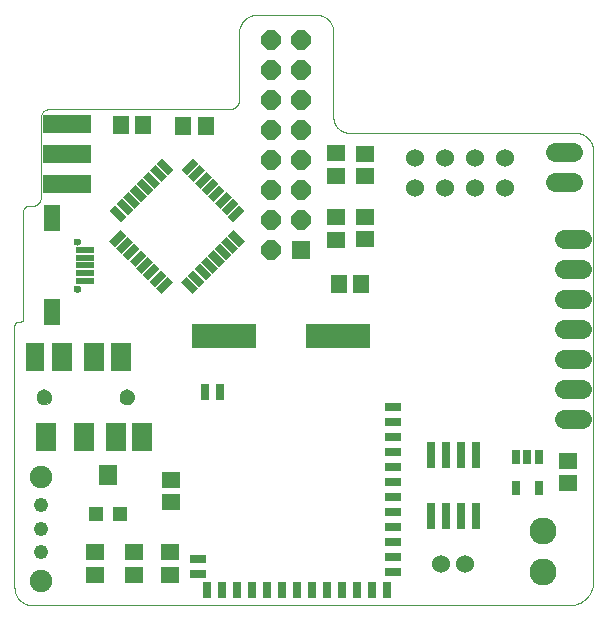
<source format=gts>
G75*
%MOIN*%
%OFA0B0*%
%FSLAX25Y25*%
%IPPOS*%
%LPD*%
%AMOC8*
5,1,8,0,0,1.08239X$1,22.5*
%
%ADD10C,0.00000*%
%ADD11C,0.04762*%
%ADD12C,0.07487*%
%ADD13R,0.16400X0.06400*%
%ADD14R,0.10400X0.06400*%
%ADD15R,0.06400X0.06400*%
%ADD16R,0.06306X0.05518*%
%ADD17R,0.05518X0.06306*%
%ADD18R,0.21400X0.08000*%
%ADD19R,0.05400X0.02600*%
%ADD20R,0.02600X0.05400*%
%ADD21OC8,0.06400*%
%ADD22C,0.06000*%
%ADD23C,0.09000*%
%ADD24R,0.06306X0.06699*%
%ADD25R,0.05124X0.05124*%
%ADD26R,0.02900X0.05400*%
%ADD27R,0.05912X0.01975*%
%ADD28R,0.05400X0.09061*%
%ADD29C,0.02369*%
%ADD30R,0.02565X0.05124*%
%ADD31R,0.06306X0.09258*%
%ADD32R,0.06699X0.09258*%
%ADD33C,0.05124*%
%ADD34R,0.02762X0.09061*%
%ADD35C,0.06400*%
%ADD36R,0.05400X0.02900*%
D10*
X0011250Y0006926D02*
X0011250Y0094284D01*
X0011252Y0094353D01*
X0011258Y0094422D01*
X0011267Y0094491D01*
X0011281Y0094559D01*
X0011298Y0094626D01*
X0011319Y0094692D01*
X0011344Y0094757D01*
X0011372Y0094820D01*
X0011404Y0094882D01*
X0011439Y0094942D01*
X0011478Y0094999D01*
X0011520Y0095055D01*
X0011564Y0095108D01*
X0011612Y0095158D01*
X0011662Y0095206D01*
X0011715Y0095250D01*
X0011771Y0095292D01*
X0011828Y0095331D01*
X0011888Y0095366D01*
X0011950Y0095398D01*
X0012013Y0095426D01*
X0012078Y0095451D01*
X0012144Y0095472D01*
X0012211Y0095489D01*
X0012279Y0095503D01*
X0012348Y0095512D01*
X0012417Y0095518D01*
X0012486Y0095520D01*
X0013194Y0095520D01*
X0013252Y0095522D01*
X0013310Y0095528D01*
X0013368Y0095537D01*
X0013425Y0095550D01*
X0013480Y0095567D01*
X0013535Y0095588D01*
X0013588Y0095612D01*
X0013640Y0095639D01*
X0013689Y0095670D01*
X0013736Y0095704D01*
X0013781Y0095741D01*
X0013824Y0095781D01*
X0013864Y0095824D01*
X0013901Y0095869D01*
X0013935Y0095916D01*
X0013966Y0095966D01*
X0013993Y0096017D01*
X0014017Y0096070D01*
X0014038Y0096125D01*
X0014055Y0096180D01*
X0014068Y0096237D01*
X0014077Y0096295D01*
X0014083Y0096353D01*
X0014085Y0096411D01*
X0014085Y0132185D01*
X0014087Y0132271D01*
X0014093Y0132357D01*
X0014102Y0132442D01*
X0014116Y0132527D01*
X0014133Y0132612D01*
X0014154Y0132695D01*
X0014179Y0132777D01*
X0014207Y0132859D01*
X0014239Y0132938D01*
X0014275Y0133017D01*
X0014314Y0133093D01*
X0014356Y0133168D01*
X0014402Y0133241D01*
X0014451Y0133312D01*
X0014503Y0133380D01*
X0014558Y0133446D01*
X0014616Y0133510D01*
X0014677Y0133571D01*
X0014741Y0133629D01*
X0014807Y0133684D01*
X0014875Y0133736D01*
X0014946Y0133785D01*
X0015019Y0133831D01*
X0015094Y0133873D01*
X0015170Y0133912D01*
X0015249Y0133948D01*
X0015328Y0133980D01*
X0015410Y0134008D01*
X0015492Y0134033D01*
X0015575Y0134054D01*
X0015660Y0134071D01*
X0015745Y0134085D01*
X0015830Y0134094D01*
X0015916Y0134100D01*
X0016002Y0134102D01*
X0016956Y0134102D01*
X0017066Y0134104D01*
X0017176Y0134110D01*
X0017285Y0134119D01*
X0017395Y0134133D01*
X0017503Y0134150D01*
X0017611Y0134171D01*
X0017719Y0134196D01*
X0017825Y0134224D01*
X0017930Y0134256D01*
X0018034Y0134292D01*
X0018137Y0134332D01*
X0018238Y0134375D01*
X0018338Y0134421D01*
X0018436Y0134471D01*
X0018532Y0134524D01*
X0018626Y0134581D01*
X0018719Y0134641D01*
X0018809Y0134704D01*
X0018897Y0134770D01*
X0018982Y0134839D01*
X0019065Y0134912D01*
X0019146Y0134987D01*
X0019223Y0135064D01*
X0019298Y0135145D01*
X0019371Y0135228D01*
X0019440Y0135313D01*
X0019506Y0135401D01*
X0019569Y0135491D01*
X0019629Y0135584D01*
X0019686Y0135678D01*
X0019739Y0135774D01*
X0019789Y0135872D01*
X0019835Y0135972D01*
X0019878Y0136073D01*
X0019918Y0136176D01*
X0019954Y0136280D01*
X0019986Y0136385D01*
X0020014Y0136491D01*
X0020039Y0136599D01*
X0020060Y0136707D01*
X0020077Y0136815D01*
X0020091Y0136925D01*
X0020100Y0137034D01*
X0020106Y0137144D01*
X0020108Y0137254D01*
X0020108Y0163755D01*
X0020110Y0163856D01*
X0020116Y0163957D01*
X0020126Y0164057D01*
X0020139Y0164157D01*
X0020157Y0164256D01*
X0020178Y0164355D01*
X0020203Y0164453D01*
X0020231Y0164549D01*
X0020264Y0164645D01*
X0020300Y0164739D01*
X0020339Y0164832D01*
X0020382Y0164923D01*
X0020429Y0165012D01*
X0020479Y0165100D01*
X0020532Y0165186D01*
X0020588Y0165269D01*
X0020648Y0165351D01*
X0020711Y0165429D01*
X0020776Y0165506D01*
X0020845Y0165580D01*
X0020916Y0165651D01*
X0020990Y0165720D01*
X0021067Y0165785D01*
X0021146Y0165848D01*
X0021227Y0165907D01*
X0021311Y0165964D01*
X0021397Y0166017D01*
X0021484Y0166067D01*
X0021574Y0166113D01*
X0021665Y0166156D01*
X0021758Y0166196D01*
X0021852Y0166231D01*
X0021948Y0166264D01*
X0022044Y0166292D01*
X0022142Y0166317D01*
X0022241Y0166338D01*
X0022340Y0166355D01*
X0022440Y0166369D01*
X0022540Y0166378D01*
X0022641Y0166384D01*
X0022742Y0166386D01*
X0082985Y0166386D01*
X0083095Y0166388D01*
X0083204Y0166394D01*
X0083313Y0166404D01*
X0083422Y0166417D01*
X0083530Y0166435D01*
X0083637Y0166456D01*
X0083744Y0166481D01*
X0083849Y0166510D01*
X0083954Y0166543D01*
X0084057Y0166579D01*
X0084159Y0166620D01*
X0084259Y0166663D01*
X0084358Y0166711D01*
X0084455Y0166761D01*
X0084551Y0166815D01*
X0084644Y0166873D01*
X0084735Y0166934D01*
X0084824Y0166998D01*
X0084910Y0167065D01*
X0084994Y0167135D01*
X0085076Y0167209D01*
X0085154Y0167285D01*
X0085230Y0167363D01*
X0085304Y0167445D01*
X0085374Y0167529D01*
X0085441Y0167615D01*
X0085505Y0167704D01*
X0085566Y0167795D01*
X0085624Y0167888D01*
X0085678Y0167984D01*
X0085728Y0168081D01*
X0085776Y0168180D01*
X0085819Y0168280D01*
X0085860Y0168382D01*
X0085896Y0168485D01*
X0085929Y0168590D01*
X0085958Y0168695D01*
X0085983Y0168802D01*
X0086004Y0168909D01*
X0086022Y0169017D01*
X0086035Y0169126D01*
X0086045Y0169235D01*
X0086051Y0169344D01*
X0086053Y0169454D01*
X0086053Y0191669D01*
X0086055Y0191824D01*
X0086061Y0191979D01*
X0086070Y0192133D01*
X0086084Y0192288D01*
X0086101Y0192442D01*
X0086122Y0192595D01*
X0086147Y0192748D01*
X0086176Y0192900D01*
X0086209Y0193052D01*
X0086245Y0193202D01*
X0086285Y0193352D01*
X0086329Y0193500D01*
X0086377Y0193648D01*
X0086428Y0193794D01*
X0086482Y0193939D01*
X0086541Y0194082D01*
X0086603Y0194224D01*
X0086668Y0194365D01*
X0086737Y0194503D01*
X0086810Y0194640D01*
X0086885Y0194775D01*
X0086965Y0194909D01*
X0087047Y0195040D01*
X0087133Y0195169D01*
X0087221Y0195296D01*
X0087313Y0195420D01*
X0087408Y0195543D01*
X0087507Y0195663D01*
X0087608Y0195780D01*
X0087712Y0195895D01*
X0087818Y0196007D01*
X0087928Y0196117D01*
X0088040Y0196223D01*
X0088155Y0196327D01*
X0088272Y0196428D01*
X0088392Y0196527D01*
X0088515Y0196622D01*
X0088639Y0196714D01*
X0088766Y0196802D01*
X0088895Y0196888D01*
X0089026Y0196970D01*
X0089159Y0197050D01*
X0089295Y0197125D01*
X0089432Y0197198D01*
X0089570Y0197267D01*
X0089711Y0197332D01*
X0089853Y0197394D01*
X0089996Y0197453D01*
X0090141Y0197507D01*
X0090287Y0197558D01*
X0090435Y0197606D01*
X0090583Y0197650D01*
X0090733Y0197690D01*
X0090883Y0197726D01*
X0091035Y0197759D01*
X0091187Y0197788D01*
X0091340Y0197813D01*
X0091493Y0197834D01*
X0091647Y0197851D01*
X0091802Y0197865D01*
X0091956Y0197874D01*
X0092111Y0197880D01*
X0092266Y0197882D01*
X0111769Y0197882D01*
X0111920Y0197880D01*
X0112072Y0197874D01*
X0112222Y0197864D01*
X0112373Y0197850D01*
X0112523Y0197833D01*
X0112673Y0197811D01*
X0112822Y0197785D01*
X0112971Y0197756D01*
X0113118Y0197722D01*
X0113265Y0197685D01*
X0113411Y0197644D01*
X0113555Y0197599D01*
X0113698Y0197550D01*
X0113840Y0197498D01*
X0113981Y0197442D01*
X0114120Y0197382D01*
X0114257Y0197319D01*
X0114393Y0197252D01*
X0114527Y0197182D01*
X0114659Y0197108D01*
X0114789Y0197030D01*
X0114917Y0196950D01*
X0115043Y0196865D01*
X0115166Y0196778D01*
X0115288Y0196688D01*
X0115406Y0196594D01*
X0115523Y0196497D01*
X0115637Y0196397D01*
X0115748Y0196295D01*
X0115856Y0196189D01*
X0115962Y0196081D01*
X0116064Y0195970D01*
X0116164Y0195856D01*
X0116261Y0195739D01*
X0116355Y0195621D01*
X0116445Y0195499D01*
X0116532Y0195376D01*
X0116617Y0195250D01*
X0116697Y0195122D01*
X0116775Y0194992D01*
X0116849Y0194860D01*
X0116919Y0194726D01*
X0116986Y0194590D01*
X0117049Y0194453D01*
X0117109Y0194314D01*
X0117165Y0194173D01*
X0117217Y0194031D01*
X0117266Y0193888D01*
X0117311Y0193744D01*
X0117352Y0193598D01*
X0117389Y0193451D01*
X0117423Y0193304D01*
X0117452Y0193155D01*
X0117478Y0193006D01*
X0117500Y0192856D01*
X0117517Y0192706D01*
X0117531Y0192555D01*
X0117541Y0192405D01*
X0117547Y0192253D01*
X0117549Y0192102D01*
X0117549Y0163780D01*
X0117551Y0163637D01*
X0117557Y0163495D01*
X0117566Y0163352D01*
X0117580Y0163210D01*
X0117597Y0163069D01*
X0117618Y0162928D01*
X0117643Y0162787D01*
X0117672Y0162647D01*
X0117705Y0162508D01*
X0117741Y0162370D01*
X0117781Y0162233D01*
X0117825Y0162098D01*
X0117872Y0161963D01*
X0117923Y0161830D01*
X0117978Y0161698D01*
X0118036Y0161568D01*
X0118098Y0161439D01*
X0118163Y0161312D01*
X0118231Y0161187D01*
X0118303Y0161064D01*
X0118378Y0160942D01*
X0118457Y0160823D01*
X0118539Y0160706D01*
X0118623Y0160591D01*
X0118711Y0160479D01*
X0118802Y0160369D01*
X0118896Y0160261D01*
X0118993Y0160157D01*
X0119092Y0160054D01*
X0119195Y0159955D01*
X0119299Y0159858D01*
X0119407Y0159764D01*
X0119517Y0159673D01*
X0119629Y0159585D01*
X0119744Y0159501D01*
X0119861Y0159419D01*
X0119980Y0159340D01*
X0120102Y0159265D01*
X0120225Y0159193D01*
X0120350Y0159125D01*
X0120477Y0159060D01*
X0120606Y0158998D01*
X0120736Y0158940D01*
X0120868Y0158885D01*
X0121001Y0158834D01*
X0121136Y0158787D01*
X0121271Y0158743D01*
X0121408Y0158703D01*
X0121546Y0158667D01*
X0121685Y0158634D01*
X0121825Y0158605D01*
X0121966Y0158580D01*
X0122107Y0158559D01*
X0122248Y0158542D01*
X0122390Y0158528D01*
X0122533Y0158519D01*
X0122675Y0158513D01*
X0122818Y0158511D01*
X0122818Y0158512D02*
X0198035Y0158512D01*
X0198190Y0158510D01*
X0198345Y0158504D01*
X0198500Y0158494D01*
X0198655Y0158481D01*
X0198809Y0158463D01*
X0198963Y0158441D01*
X0199116Y0158416D01*
X0199269Y0158387D01*
X0199420Y0158353D01*
X0199571Y0158316D01*
X0199721Y0158276D01*
X0199870Y0158231D01*
X0200017Y0158183D01*
X0200164Y0158130D01*
X0200309Y0158075D01*
X0200452Y0158015D01*
X0200594Y0157952D01*
X0200734Y0157886D01*
X0200873Y0157816D01*
X0201009Y0157742D01*
X0201144Y0157665D01*
X0201277Y0157584D01*
X0201408Y0157501D01*
X0201536Y0157413D01*
X0201663Y0157323D01*
X0201787Y0157230D01*
X0201908Y0157133D01*
X0202027Y0157033D01*
X0202144Y0156931D01*
X0202258Y0156825D01*
X0202369Y0156717D01*
X0202477Y0156606D01*
X0202583Y0156492D01*
X0202685Y0156375D01*
X0202785Y0156256D01*
X0202882Y0156135D01*
X0202975Y0156011D01*
X0203065Y0155884D01*
X0203153Y0155756D01*
X0203236Y0155625D01*
X0203317Y0155492D01*
X0203394Y0155357D01*
X0203468Y0155221D01*
X0203538Y0155082D01*
X0203604Y0154942D01*
X0203667Y0154800D01*
X0203727Y0154657D01*
X0203782Y0154512D01*
X0203835Y0154365D01*
X0203883Y0154218D01*
X0203928Y0154069D01*
X0203968Y0153919D01*
X0204005Y0153768D01*
X0204039Y0153617D01*
X0204068Y0153464D01*
X0204093Y0153311D01*
X0204115Y0153157D01*
X0204133Y0153003D01*
X0204146Y0152848D01*
X0204156Y0152693D01*
X0204162Y0152538D01*
X0204164Y0152383D01*
X0204163Y0152383D02*
X0204163Y0008939D01*
X0204161Y0008748D01*
X0204154Y0008557D01*
X0204142Y0008366D01*
X0204126Y0008176D01*
X0204105Y0007986D01*
X0204080Y0007797D01*
X0204050Y0007608D01*
X0204016Y0007420D01*
X0203977Y0007233D01*
X0203933Y0007047D01*
X0203885Y0006862D01*
X0203833Y0006678D01*
X0203776Y0006496D01*
X0203715Y0006315D01*
X0203649Y0006135D01*
X0203579Y0005957D01*
X0203505Y0005781D01*
X0203427Y0005607D01*
X0203344Y0005435D01*
X0203257Y0005264D01*
X0203166Y0005096D01*
X0203072Y0004930D01*
X0202973Y0004767D01*
X0202870Y0004606D01*
X0202763Y0004447D01*
X0202653Y0004291D01*
X0202539Y0004138D01*
X0202421Y0003988D01*
X0202299Y0003840D01*
X0202174Y0003696D01*
X0202046Y0003554D01*
X0201914Y0003416D01*
X0201779Y0003281D01*
X0201641Y0003149D01*
X0201499Y0003021D01*
X0201355Y0002896D01*
X0201207Y0002774D01*
X0201057Y0002656D01*
X0200904Y0002542D01*
X0200748Y0002432D01*
X0200589Y0002325D01*
X0200428Y0002222D01*
X0200265Y0002123D01*
X0200099Y0002029D01*
X0199931Y0001938D01*
X0199760Y0001851D01*
X0199588Y0001768D01*
X0199414Y0001690D01*
X0199238Y0001616D01*
X0199060Y0001546D01*
X0198880Y0001480D01*
X0198699Y0001419D01*
X0198517Y0001362D01*
X0198333Y0001310D01*
X0198148Y0001262D01*
X0197962Y0001218D01*
X0197775Y0001179D01*
X0197587Y0001145D01*
X0197398Y0001115D01*
X0197209Y0001090D01*
X0197019Y0001069D01*
X0196829Y0001053D01*
X0196638Y0001041D01*
X0196447Y0001034D01*
X0196256Y0001032D01*
X0196256Y0001031D02*
X0017145Y0001031D01*
X0016993Y0001033D01*
X0016842Y0001039D01*
X0016690Y0001049D01*
X0016539Y0001062D01*
X0016388Y0001080D01*
X0016238Y0001101D01*
X0016088Y0001127D01*
X0015939Y0001156D01*
X0015791Y0001189D01*
X0015644Y0001225D01*
X0015497Y0001266D01*
X0015352Y0001310D01*
X0015208Y0001358D01*
X0015066Y0001410D01*
X0014924Y0001465D01*
X0014784Y0001524D01*
X0014646Y0001587D01*
X0014509Y0001653D01*
X0014374Y0001723D01*
X0014241Y0001796D01*
X0014110Y0001872D01*
X0013981Y0001952D01*
X0013854Y0002035D01*
X0013729Y0002121D01*
X0013607Y0002211D01*
X0013487Y0002304D01*
X0013369Y0002399D01*
X0013253Y0002498D01*
X0013141Y0002600D01*
X0013031Y0002704D01*
X0012923Y0002812D01*
X0012819Y0002922D01*
X0012717Y0003034D01*
X0012618Y0003150D01*
X0012523Y0003268D01*
X0012430Y0003388D01*
X0012340Y0003510D01*
X0012254Y0003635D01*
X0012171Y0003762D01*
X0012091Y0003891D01*
X0012015Y0004022D01*
X0011942Y0004155D01*
X0011872Y0004290D01*
X0011806Y0004427D01*
X0011743Y0004565D01*
X0011684Y0004705D01*
X0011629Y0004847D01*
X0011577Y0004989D01*
X0011529Y0005133D01*
X0011485Y0005278D01*
X0011444Y0005425D01*
X0011408Y0005572D01*
X0011375Y0005720D01*
X0011346Y0005869D01*
X0011320Y0006019D01*
X0011299Y0006169D01*
X0011281Y0006320D01*
X0011268Y0006471D01*
X0011258Y0006623D01*
X0011252Y0006774D01*
X0011250Y0006926D01*
X0018731Y0070362D02*
X0018733Y0070459D01*
X0018739Y0070556D01*
X0018749Y0070652D01*
X0018763Y0070748D01*
X0018781Y0070844D01*
X0018802Y0070938D01*
X0018828Y0071032D01*
X0018857Y0071124D01*
X0018891Y0071215D01*
X0018927Y0071305D01*
X0018968Y0071393D01*
X0019012Y0071479D01*
X0019060Y0071564D01*
X0019111Y0071646D01*
X0019165Y0071727D01*
X0019223Y0071805D01*
X0019284Y0071880D01*
X0019347Y0071953D01*
X0019414Y0072024D01*
X0019484Y0072091D01*
X0019556Y0072156D01*
X0019631Y0072217D01*
X0019709Y0072276D01*
X0019788Y0072331D01*
X0019870Y0072383D01*
X0019954Y0072431D01*
X0020040Y0072476D01*
X0020128Y0072518D01*
X0020217Y0072556D01*
X0020308Y0072590D01*
X0020400Y0072620D01*
X0020493Y0072647D01*
X0020588Y0072669D01*
X0020683Y0072688D01*
X0020779Y0072703D01*
X0020875Y0072714D01*
X0020972Y0072721D01*
X0021069Y0072724D01*
X0021166Y0072723D01*
X0021263Y0072718D01*
X0021359Y0072709D01*
X0021455Y0072696D01*
X0021551Y0072679D01*
X0021646Y0072658D01*
X0021739Y0072634D01*
X0021832Y0072605D01*
X0021924Y0072573D01*
X0022014Y0072537D01*
X0022102Y0072498D01*
X0022189Y0072454D01*
X0022274Y0072408D01*
X0022357Y0072357D01*
X0022438Y0072304D01*
X0022516Y0072247D01*
X0022593Y0072187D01*
X0022666Y0072124D01*
X0022737Y0072058D01*
X0022805Y0071989D01*
X0022871Y0071917D01*
X0022933Y0071843D01*
X0022992Y0071766D01*
X0023048Y0071687D01*
X0023101Y0071605D01*
X0023151Y0071522D01*
X0023196Y0071436D01*
X0023239Y0071349D01*
X0023278Y0071260D01*
X0023313Y0071170D01*
X0023344Y0071078D01*
X0023371Y0070985D01*
X0023395Y0070891D01*
X0023415Y0070796D01*
X0023431Y0070700D01*
X0023443Y0070604D01*
X0023451Y0070507D01*
X0023455Y0070410D01*
X0023455Y0070314D01*
X0023451Y0070217D01*
X0023443Y0070120D01*
X0023431Y0070024D01*
X0023415Y0069928D01*
X0023395Y0069833D01*
X0023371Y0069739D01*
X0023344Y0069646D01*
X0023313Y0069554D01*
X0023278Y0069464D01*
X0023239Y0069375D01*
X0023196Y0069288D01*
X0023151Y0069202D01*
X0023101Y0069119D01*
X0023048Y0069037D01*
X0022992Y0068958D01*
X0022933Y0068881D01*
X0022871Y0068807D01*
X0022805Y0068735D01*
X0022737Y0068666D01*
X0022666Y0068600D01*
X0022593Y0068537D01*
X0022516Y0068477D01*
X0022438Y0068420D01*
X0022357Y0068367D01*
X0022274Y0068316D01*
X0022189Y0068270D01*
X0022102Y0068226D01*
X0022014Y0068187D01*
X0021924Y0068151D01*
X0021832Y0068119D01*
X0021739Y0068090D01*
X0021646Y0068066D01*
X0021551Y0068045D01*
X0021455Y0068028D01*
X0021359Y0068015D01*
X0021263Y0068006D01*
X0021166Y0068001D01*
X0021069Y0068000D01*
X0020972Y0068003D01*
X0020875Y0068010D01*
X0020779Y0068021D01*
X0020683Y0068036D01*
X0020588Y0068055D01*
X0020493Y0068077D01*
X0020400Y0068104D01*
X0020308Y0068134D01*
X0020217Y0068168D01*
X0020128Y0068206D01*
X0020040Y0068248D01*
X0019954Y0068293D01*
X0019870Y0068341D01*
X0019788Y0068393D01*
X0019709Y0068448D01*
X0019631Y0068507D01*
X0019556Y0068568D01*
X0019484Y0068633D01*
X0019414Y0068700D01*
X0019347Y0068771D01*
X0019284Y0068844D01*
X0019223Y0068919D01*
X0019165Y0068997D01*
X0019111Y0069078D01*
X0019060Y0069160D01*
X0019012Y0069245D01*
X0018968Y0069331D01*
X0018927Y0069419D01*
X0018891Y0069509D01*
X0018857Y0069600D01*
X0018828Y0069692D01*
X0018802Y0069786D01*
X0018781Y0069880D01*
X0018763Y0069976D01*
X0018749Y0070072D01*
X0018739Y0070168D01*
X0018733Y0070265D01*
X0018731Y0070362D01*
X0046290Y0070362D02*
X0046292Y0070459D01*
X0046298Y0070556D01*
X0046308Y0070652D01*
X0046322Y0070748D01*
X0046340Y0070844D01*
X0046361Y0070938D01*
X0046387Y0071032D01*
X0046416Y0071124D01*
X0046450Y0071215D01*
X0046486Y0071305D01*
X0046527Y0071393D01*
X0046571Y0071479D01*
X0046619Y0071564D01*
X0046670Y0071646D01*
X0046724Y0071727D01*
X0046782Y0071805D01*
X0046843Y0071880D01*
X0046906Y0071953D01*
X0046973Y0072024D01*
X0047043Y0072091D01*
X0047115Y0072156D01*
X0047190Y0072217D01*
X0047268Y0072276D01*
X0047347Y0072331D01*
X0047429Y0072383D01*
X0047513Y0072431D01*
X0047599Y0072476D01*
X0047687Y0072518D01*
X0047776Y0072556D01*
X0047867Y0072590D01*
X0047959Y0072620D01*
X0048052Y0072647D01*
X0048147Y0072669D01*
X0048242Y0072688D01*
X0048338Y0072703D01*
X0048434Y0072714D01*
X0048531Y0072721D01*
X0048628Y0072724D01*
X0048725Y0072723D01*
X0048822Y0072718D01*
X0048918Y0072709D01*
X0049014Y0072696D01*
X0049110Y0072679D01*
X0049205Y0072658D01*
X0049298Y0072634D01*
X0049391Y0072605D01*
X0049483Y0072573D01*
X0049573Y0072537D01*
X0049661Y0072498D01*
X0049748Y0072454D01*
X0049833Y0072408D01*
X0049916Y0072357D01*
X0049997Y0072304D01*
X0050075Y0072247D01*
X0050152Y0072187D01*
X0050225Y0072124D01*
X0050296Y0072058D01*
X0050364Y0071989D01*
X0050430Y0071917D01*
X0050492Y0071843D01*
X0050551Y0071766D01*
X0050607Y0071687D01*
X0050660Y0071605D01*
X0050710Y0071522D01*
X0050755Y0071436D01*
X0050798Y0071349D01*
X0050837Y0071260D01*
X0050872Y0071170D01*
X0050903Y0071078D01*
X0050930Y0070985D01*
X0050954Y0070891D01*
X0050974Y0070796D01*
X0050990Y0070700D01*
X0051002Y0070604D01*
X0051010Y0070507D01*
X0051014Y0070410D01*
X0051014Y0070314D01*
X0051010Y0070217D01*
X0051002Y0070120D01*
X0050990Y0070024D01*
X0050974Y0069928D01*
X0050954Y0069833D01*
X0050930Y0069739D01*
X0050903Y0069646D01*
X0050872Y0069554D01*
X0050837Y0069464D01*
X0050798Y0069375D01*
X0050755Y0069288D01*
X0050710Y0069202D01*
X0050660Y0069119D01*
X0050607Y0069037D01*
X0050551Y0068958D01*
X0050492Y0068881D01*
X0050430Y0068807D01*
X0050364Y0068735D01*
X0050296Y0068666D01*
X0050225Y0068600D01*
X0050152Y0068537D01*
X0050075Y0068477D01*
X0049997Y0068420D01*
X0049916Y0068367D01*
X0049833Y0068316D01*
X0049748Y0068270D01*
X0049661Y0068226D01*
X0049573Y0068187D01*
X0049483Y0068151D01*
X0049391Y0068119D01*
X0049298Y0068090D01*
X0049205Y0068066D01*
X0049110Y0068045D01*
X0049014Y0068028D01*
X0048918Y0068015D01*
X0048822Y0068006D01*
X0048725Y0068001D01*
X0048628Y0068000D01*
X0048531Y0068003D01*
X0048434Y0068010D01*
X0048338Y0068021D01*
X0048242Y0068036D01*
X0048147Y0068055D01*
X0048052Y0068077D01*
X0047959Y0068104D01*
X0047867Y0068134D01*
X0047776Y0068168D01*
X0047687Y0068206D01*
X0047599Y0068248D01*
X0047513Y0068293D01*
X0047429Y0068341D01*
X0047347Y0068393D01*
X0047268Y0068448D01*
X0047190Y0068507D01*
X0047115Y0068568D01*
X0047043Y0068633D01*
X0046973Y0068700D01*
X0046906Y0068771D01*
X0046843Y0068844D01*
X0046782Y0068919D01*
X0046724Y0068997D01*
X0046670Y0069078D01*
X0046619Y0069160D01*
X0046571Y0069245D01*
X0046527Y0069331D01*
X0046486Y0069419D01*
X0046450Y0069509D01*
X0046416Y0069600D01*
X0046387Y0069692D01*
X0046361Y0069786D01*
X0046340Y0069880D01*
X0046322Y0069976D01*
X0046308Y0070072D01*
X0046298Y0070168D01*
X0046292Y0070265D01*
X0046290Y0070362D01*
X0031172Y0106504D02*
X0031174Y0106566D01*
X0031180Y0106629D01*
X0031190Y0106690D01*
X0031204Y0106751D01*
X0031221Y0106811D01*
X0031242Y0106870D01*
X0031268Y0106927D01*
X0031296Y0106982D01*
X0031328Y0107036D01*
X0031364Y0107087D01*
X0031402Y0107137D01*
X0031444Y0107183D01*
X0031488Y0107227D01*
X0031536Y0107268D01*
X0031585Y0107306D01*
X0031637Y0107340D01*
X0031691Y0107371D01*
X0031747Y0107399D01*
X0031805Y0107423D01*
X0031864Y0107444D01*
X0031924Y0107460D01*
X0031985Y0107473D01*
X0032047Y0107482D01*
X0032109Y0107487D01*
X0032172Y0107488D01*
X0032234Y0107485D01*
X0032296Y0107478D01*
X0032358Y0107467D01*
X0032418Y0107452D01*
X0032478Y0107434D01*
X0032536Y0107412D01*
X0032593Y0107386D01*
X0032648Y0107356D01*
X0032701Y0107323D01*
X0032752Y0107287D01*
X0032800Y0107248D01*
X0032846Y0107205D01*
X0032889Y0107160D01*
X0032929Y0107112D01*
X0032966Y0107062D01*
X0033000Y0107009D01*
X0033031Y0106955D01*
X0033057Y0106899D01*
X0033081Y0106841D01*
X0033100Y0106781D01*
X0033116Y0106721D01*
X0033128Y0106659D01*
X0033136Y0106598D01*
X0033140Y0106535D01*
X0033140Y0106473D01*
X0033136Y0106410D01*
X0033128Y0106349D01*
X0033116Y0106287D01*
X0033100Y0106227D01*
X0033081Y0106167D01*
X0033057Y0106109D01*
X0033031Y0106053D01*
X0033000Y0105999D01*
X0032966Y0105946D01*
X0032929Y0105896D01*
X0032889Y0105848D01*
X0032846Y0105803D01*
X0032800Y0105760D01*
X0032752Y0105721D01*
X0032701Y0105685D01*
X0032648Y0105652D01*
X0032593Y0105622D01*
X0032536Y0105596D01*
X0032478Y0105574D01*
X0032418Y0105556D01*
X0032358Y0105541D01*
X0032296Y0105530D01*
X0032234Y0105523D01*
X0032172Y0105520D01*
X0032109Y0105521D01*
X0032047Y0105526D01*
X0031985Y0105535D01*
X0031924Y0105548D01*
X0031864Y0105564D01*
X0031805Y0105585D01*
X0031747Y0105609D01*
X0031691Y0105637D01*
X0031637Y0105668D01*
X0031585Y0105702D01*
X0031536Y0105740D01*
X0031488Y0105781D01*
X0031444Y0105825D01*
X0031402Y0105871D01*
X0031364Y0105921D01*
X0031328Y0105972D01*
X0031296Y0106026D01*
X0031268Y0106081D01*
X0031242Y0106138D01*
X0031221Y0106197D01*
X0031204Y0106257D01*
X0031190Y0106318D01*
X0031180Y0106379D01*
X0031174Y0106442D01*
X0031172Y0106504D01*
X0031172Y0122252D02*
X0031174Y0122314D01*
X0031180Y0122377D01*
X0031190Y0122438D01*
X0031204Y0122499D01*
X0031221Y0122559D01*
X0031242Y0122618D01*
X0031268Y0122675D01*
X0031296Y0122730D01*
X0031328Y0122784D01*
X0031364Y0122835D01*
X0031402Y0122885D01*
X0031444Y0122931D01*
X0031488Y0122975D01*
X0031536Y0123016D01*
X0031585Y0123054D01*
X0031637Y0123088D01*
X0031691Y0123119D01*
X0031747Y0123147D01*
X0031805Y0123171D01*
X0031864Y0123192D01*
X0031924Y0123208D01*
X0031985Y0123221D01*
X0032047Y0123230D01*
X0032109Y0123235D01*
X0032172Y0123236D01*
X0032234Y0123233D01*
X0032296Y0123226D01*
X0032358Y0123215D01*
X0032418Y0123200D01*
X0032478Y0123182D01*
X0032536Y0123160D01*
X0032593Y0123134D01*
X0032648Y0123104D01*
X0032701Y0123071D01*
X0032752Y0123035D01*
X0032800Y0122996D01*
X0032846Y0122953D01*
X0032889Y0122908D01*
X0032929Y0122860D01*
X0032966Y0122810D01*
X0033000Y0122757D01*
X0033031Y0122703D01*
X0033057Y0122647D01*
X0033081Y0122589D01*
X0033100Y0122529D01*
X0033116Y0122469D01*
X0033128Y0122407D01*
X0033136Y0122346D01*
X0033140Y0122283D01*
X0033140Y0122221D01*
X0033136Y0122158D01*
X0033128Y0122097D01*
X0033116Y0122035D01*
X0033100Y0121975D01*
X0033081Y0121915D01*
X0033057Y0121857D01*
X0033031Y0121801D01*
X0033000Y0121747D01*
X0032966Y0121694D01*
X0032929Y0121644D01*
X0032889Y0121596D01*
X0032846Y0121551D01*
X0032800Y0121508D01*
X0032752Y0121469D01*
X0032701Y0121433D01*
X0032648Y0121400D01*
X0032593Y0121370D01*
X0032536Y0121344D01*
X0032478Y0121322D01*
X0032418Y0121304D01*
X0032358Y0121289D01*
X0032296Y0121278D01*
X0032234Y0121271D01*
X0032172Y0121268D01*
X0032109Y0121269D01*
X0032047Y0121274D01*
X0031985Y0121283D01*
X0031924Y0121296D01*
X0031864Y0121312D01*
X0031805Y0121333D01*
X0031747Y0121357D01*
X0031691Y0121385D01*
X0031637Y0121416D01*
X0031585Y0121450D01*
X0031536Y0121488D01*
X0031488Y0121529D01*
X0031444Y0121573D01*
X0031402Y0121619D01*
X0031364Y0121669D01*
X0031328Y0121720D01*
X0031296Y0121774D01*
X0031268Y0121829D01*
X0031242Y0121886D01*
X0031221Y0121945D01*
X0031204Y0122005D01*
X0031190Y0122066D01*
X0031180Y0122127D01*
X0031174Y0122190D01*
X0031172Y0122252D01*
D11*
X0020148Y0034457D03*
X0020148Y0026583D03*
X0020148Y0018709D03*
D12*
X0020148Y0009260D03*
X0020148Y0043906D03*
D13*
X0028612Y0141307D03*
X0028612Y0161307D03*
D14*
X0025612Y0151307D03*
D15*
X0033612Y0151307D03*
X0106801Y0119575D03*
D16*
X0118376Y0122921D03*
X0118376Y0130402D03*
X0127982Y0130520D03*
X0127982Y0123039D03*
X0128022Y0144102D03*
X0128022Y0151583D03*
X0118573Y0151701D03*
X0118573Y0144220D03*
X0195856Y0049102D03*
X0195856Y0041622D03*
X0063297Y0042921D03*
X0063297Y0035441D03*
X0062943Y0018748D03*
X0062943Y0011268D03*
X0051093Y0011228D03*
X0051093Y0018709D03*
X0038100Y0018748D03*
X0038100Y0011268D03*
D17*
X0119400Y0108197D03*
X0126880Y0108197D03*
X0074951Y0160756D03*
X0067470Y0160756D03*
X0054163Y0160992D03*
X0046683Y0160992D03*
D18*
X0081030Y0090638D03*
X0119030Y0090638D03*
D19*
G36*
X0084004Y0118227D02*
X0080187Y0122044D01*
X0082026Y0123883D01*
X0085843Y0120066D01*
X0084004Y0118227D01*
G37*
G36*
X0081777Y0116000D02*
X0077960Y0119817D01*
X0079799Y0121656D01*
X0083616Y0117839D01*
X0081777Y0116000D01*
G37*
G36*
X0079550Y0113773D02*
X0075733Y0117590D01*
X0077572Y0119429D01*
X0081389Y0115612D01*
X0079550Y0113773D01*
G37*
G36*
X0077323Y0111546D02*
X0073506Y0115363D01*
X0075345Y0117202D01*
X0079162Y0113385D01*
X0077323Y0111546D01*
G37*
G36*
X0075096Y0109319D02*
X0071279Y0113136D01*
X0073118Y0114975D01*
X0076935Y0111158D01*
X0075096Y0109319D01*
G37*
G36*
X0072869Y0107091D02*
X0069052Y0110908D01*
X0070891Y0112747D01*
X0074708Y0108930D01*
X0072869Y0107091D01*
G37*
G36*
X0070641Y0104864D02*
X0066824Y0108681D01*
X0068663Y0110520D01*
X0072480Y0106703D01*
X0070641Y0104864D01*
G37*
G36*
X0086231Y0120454D02*
X0082414Y0124271D01*
X0084253Y0126110D01*
X0088070Y0122293D01*
X0086231Y0120454D01*
G37*
G36*
X0060104Y0142127D02*
X0056287Y0145944D01*
X0058126Y0147783D01*
X0061943Y0143966D01*
X0060104Y0142127D01*
G37*
G36*
X0057877Y0139900D02*
X0054060Y0143717D01*
X0055899Y0145556D01*
X0059716Y0141739D01*
X0057877Y0139900D01*
G37*
G36*
X0055650Y0137673D02*
X0051833Y0141490D01*
X0053672Y0143329D01*
X0057489Y0139512D01*
X0055650Y0137673D01*
G37*
G36*
X0053423Y0135446D02*
X0049606Y0139263D01*
X0051445Y0141102D01*
X0055262Y0137285D01*
X0053423Y0135446D01*
G37*
G36*
X0051195Y0133219D02*
X0047378Y0137036D01*
X0049217Y0138875D01*
X0053034Y0135058D01*
X0051195Y0133219D01*
G37*
G36*
X0048968Y0130992D02*
X0045151Y0134809D01*
X0046990Y0136648D01*
X0050807Y0132831D01*
X0048968Y0130992D01*
G37*
G36*
X0046741Y0128765D02*
X0042924Y0132582D01*
X0044763Y0134421D01*
X0048580Y0130604D01*
X0046741Y0128765D01*
G37*
G36*
X0062331Y0144354D02*
X0058514Y0148171D01*
X0060353Y0150010D01*
X0064170Y0146193D01*
X0062331Y0144354D01*
G37*
D20*
G36*
X0068663Y0144354D02*
X0066824Y0146193D01*
X0070641Y0150010D01*
X0072480Y0148171D01*
X0068663Y0144354D01*
G37*
G36*
X0070891Y0142127D02*
X0069052Y0143966D01*
X0072869Y0147783D01*
X0074708Y0145944D01*
X0070891Y0142127D01*
G37*
G36*
X0073118Y0139900D02*
X0071279Y0141739D01*
X0075096Y0145556D01*
X0076935Y0143717D01*
X0073118Y0139900D01*
G37*
G36*
X0075345Y0137673D02*
X0073506Y0139512D01*
X0077323Y0143329D01*
X0079162Y0141490D01*
X0075345Y0137673D01*
G37*
G36*
X0077572Y0135446D02*
X0075733Y0137285D01*
X0079550Y0141102D01*
X0081389Y0139263D01*
X0077572Y0135446D01*
G37*
G36*
X0079799Y0133219D02*
X0077960Y0135058D01*
X0081777Y0138875D01*
X0083616Y0137036D01*
X0079799Y0133219D01*
G37*
G36*
X0082026Y0130992D02*
X0080187Y0132831D01*
X0084004Y0136648D01*
X0085843Y0134809D01*
X0082026Y0130992D01*
G37*
G36*
X0084253Y0128765D02*
X0082414Y0130604D01*
X0086231Y0134421D01*
X0088070Y0132582D01*
X0084253Y0128765D01*
G37*
G36*
X0060353Y0104864D02*
X0058514Y0106703D01*
X0062331Y0110520D01*
X0064170Y0108681D01*
X0060353Y0104864D01*
G37*
G36*
X0058126Y0107091D02*
X0056287Y0108930D01*
X0060104Y0112747D01*
X0061943Y0110908D01*
X0058126Y0107091D01*
G37*
G36*
X0055899Y0109319D02*
X0054060Y0111158D01*
X0057877Y0114975D01*
X0059716Y0113136D01*
X0055899Y0109319D01*
G37*
G36*
X0053672Y0111546D02*
X0051833Y0113385D01*
X0055650Y0117202D01*
X0057489Y0115363D01*
X0053672Y0111546D01*
G37*
G36*
X0051445Y0113773D02*
X0049606Y0115612D01*
X0053423Y0119429D01*
X0055262Y0117590D01*
X0051445Y0113773D01*
G37*
G36*
X0049217Y0116000D02*
X0047378Y0117839D01*
X0051195Y0121656D01*
X0053034Y0119817D01*
X0049217Y0116000D01*
G37*
G36*
X0046990Y0118227D02*
X0045151Y0120066D01*
X0048968Y0123883D01*
X0050807Y0122044D01*
X0046990Y0118227D01*
G37*
G36*
X0044763Y0120454D02*
X0042924Y0122293D01*
X0046741Y0126110D01*
X0048580Y0124271D01*
X0044763Y0120454D01*
G37*
D21*
X0096801Y0119575D03*
X0096801Y0129575D03*
X0106801Y0129575D03*
X0106801Y0139575D03*
X0096801Y0139575D03*
X0096801Y0149575D03*
X0106801Y0149575D03*
X0106801Y0159575D03*
X0096801Y0159575D03*
X0096801Y0169575D03*
X0106801Y0169575D03*
X0106801Y0179575D03*
X0096801Y0179575D03*
X0096801Y0189575D03*
X0106801Y0189575D03*
D22*
X0144754Y0150205D03*
X0154754Y0150205D03*
X0164754Y0150205D03*
X0174754Y0150205D03*
X0174754Y0140205D03*
X0164754Y0140205D03*
X0154754Y0140205D03*
X0144754Y0140205D03*
X0153573Y0014732D03*
X0161447Y0014732D03*
D23*
X0187510Y0012094D03*
X0187510Y0025874D03*
D24*
X0042510Y0044378D03*
D25*
X0046447Y0031287D03*
X0038573Y0031287D03*
D26*
X0075423Y0006189D03*
X0080423Y0006189D03*
X0085423Y0006189D03*
X0090423Y0006189D03*
X0095423Y0006189D03*
X0100423Y0006189D03*
X0105423Y0006189D03*
X0110423Y0006189D03*
X0115423Y0006189D03*
X0120423Y0006189D03*
X0125423Y0006189D03*
X0130423Y0006189D03*
X0135423Y0006189D03*
X0079872Y0072189D03*
X0074872Y0072189D03*
D27*
X0034911Y0109260D03*
X0034911Y0111819D03*
X0034911Y0114378D03*
X0034911Y0116937D03*
X0034911Y0119496D03*
D28*
X0023691Y0130126D03*
X0023691Y0098630D03*
D29*
X0032156Y0106504D03*
X0032156Y0122252D03*
D30*
X0178455Y0050480D03*
X0182195Y0050480D03*
X0185935Y0050480D03*
X0185935Y0040244D03*
X0178455Y0040244D03*
D31*
X0017943Y0083650D03*
D32*
X0026998Y0083650D03*
X0037628Y0083650D03*
X0046683Y0083650D03*
X0045108Y0057075D03*
X0053770Y0057075D03*
X0034478Y0057075D03*
X0021880Y0057075D03*
D33*
X0021093Y0070362D03*
X0048652Y0070362D03*
D34*
X0150010Y0051189D03*
X0155010Y0051189D03*
X0160010Y0051189D03*
X0165010Y0051189D03*
X0165010Y0030717D03*
X0160010Y0030717D03*
X0155010Y0030717D03*
X0150010Y0030717D03*
D35*
X0194549Y0062961D02*
X0200549Y0062961D01*
X0200549Y0072961D02*
X0194549Y0072961D01*
X0194549Y0082961D02*
X0200549Y0082961D01*
X0200549Y0092961D02*
X0194549Y0092961D01*
X0194549Y0102961D02*
X0200549Y0102961D01*
X0200549Y0112961D02*
X0194549Y0112961D01*
X0194549Y0122961D02*
X0200549Y0122961D01*
X0197400Y0142094D02*
X0191400Y0142094D01*
X0191400Y0152094D02*
X0197400Y0152094D01*
D36*
X0137313Y0067055D03*
X0137313Y0062055D03*
X0137313Y0057055D03*
X0137313Y0052055D03*
X0137313Y0047055D03*
X0137313Y0042055D03*
X0137313Y0037055D03*
X0137313Y0032055D03*
X0137313Y0027055D03*
X0137313Y0022055D03*
X0137313Y0017055D03*
X0137313Y0012055D03*
X0072313Y0011504D03*
X0072313Y0016504D03*
M02*

</source>
